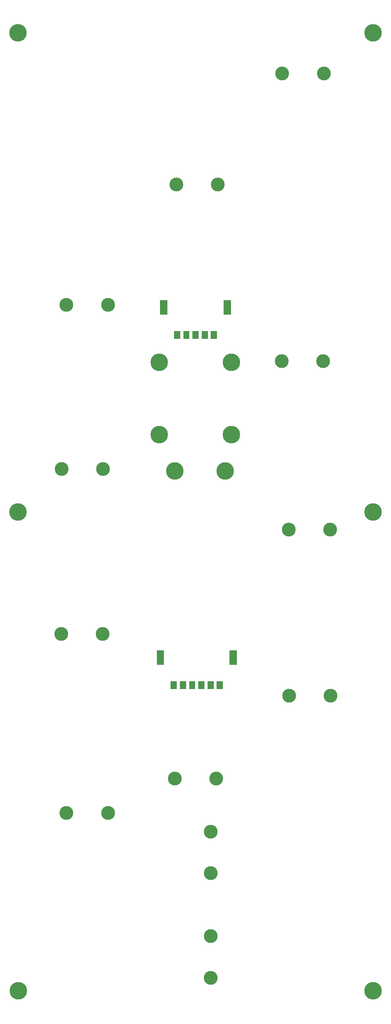
<source format=gbr>
%TF.GenerationSoftware,KiCad,Pcbnew,7.0.2-0*%
%TF.CreationDate,2024-05-08T20:31:55-07:00*%
%TF.ProjectId,new_X_Y_Panels,6e65775f-585f-4595-9f50-616e656c732e,1b*%
%TF.SameCoordinates,Original*%
%TF.FileFunction,Soldermask,Bot*%
%TF.FilePolarity,Negative*%
%FSLAX46Y46*%
G04 Gerber Fmt 4.6, Leading zero omitted, Abs format (unit mm)*
G04 Created by KiCad (PCBNEW 7.0.2-0) date 2024-05-08 20:31:55*
%MOMM*%
%LPD*%
G01*
G04 APERTURE LIST*
%ADD10C,0.010000*%
%ADD11C,2.600000*%
%ADD12C,3.800000*%
%ADD13C,3.000000*%
G04 APERTURE END LIST*
%TO.C,J3*%
D10*
X77181200Y-86316200D02*
X75678800Y-86316200D01*
X75678800Y-83263800D01*
X77181200Y-83263800D01*
X77181200Y-86316200D01*
G36*
X77181200Y-86316200D02*
G01*
X75678800Y-86316200D01*
X75678800Y-83263800D01*
X77181200Y-83263800D01*
X77181200Y-86316200D01*
G37*
X74161200Y-91566200D02*
X72908800Y-91566200D01*
X72908800Y-89963800D01*
X74161200Y-89963800D01*
X74161200Y-91566200D01*
G36*
X74161200Y-91566200D02*
G01*
X72908800Y-91566200D01*
X72908800Y-89963800D01*
X74161200Y-89963800D01*
X74161200Y-91566200D01*
G37*
X72161200Y-91566200D02*
X70908800Y-91566200D01*
X70908800Y-89963800D01*
X72161200Y-89963800D01*
X72161200Y-91566200D01*
G36*
X72161200Y-91566200D02*
G01*
X70908800Y-91566200D01*
X70908800Y-89963800D01*
X72161200Y-89963800D01*
X72161200Y-91566200D01*
G37*
X70161200Y-91566200D02*
X68908800Y-91566200D01*
X68908800Y-89963800D01*
X70161200Y-89963800D01*
X70161200Y-91566200D01*
G36*
X70161200Y-91566200D02*
G01*
X68908800Y-91566200D01*
X68908800Y-89963800D01*
X70161200Y-89963800D01*
X70161200Y-91566200D01*
G37*
X68161200Y-91566200D02*
X66908800Y-91566200D01*
X66908800Y-89963800D01*
X68161200Y-89963800D01*
X68161200Y-91566200D01*
G36*
X68161200Y-91566200D02*
G01*
X66908800Y-91566200D01*
X66908800Y-89963800D01*
X68161200Y-89963800D01*
X68161200Y-91566200D01*
G37*
X66161200Y-91566200D02*
X64908800Y-91566200D01*
X64908800Y-89963800D01*
X66161200Y-89963800D01*
X66161200Y-91566200D01*
G36*
X66161200Y-91566200D02*
G01*
X64908800Y-91566200D01*
X64908800Y-89963800D01*
X66161200Y-89963800D01*
X66161200Y-91566200D01*
G37*
X63391200Y-86316200D02*
X61888800Y-86316200D01*
X61888800Y-83263800D01*
X63391200Y-83263800D01*
X63391200Y-86316200D01*
G36*
X63391200Y-86316200D02*
G01*
X61888800Y-86316200D01*
X61888800Y-83263800D01*
X63391200Y-83263800D01*
X63391200Y-86316200D01*
G37*
%TO.C,J1*%
X78451200Y-162236200D02*
X76948800Y-162236200D01*
X76948800Y-159183800D01*
X78451200Y-159183800D01*
X78451200Y-162236200D01*
G36*
X78451200Y-162236200D02*
G01*
X76948800Y-162236200D01*
X76948800Y-159183800D01*
X78451200Y-159183800D01*
X78451200Y-162236200D01*
G37*
X75431200Y-167486200D02*
X74178800Y-167486200D01*
X74178800Y-165883800D01*
X75431200Y-165883800D01*
X75431200Y-167486200D01*
G36*
X75431200Y-167486200D02*
G01*
X74178800Y-167486200D01*
X74178800Y-165883800D01*
X75431200Y-165883800D01*
X75431200Y-167486200D01*
G37*
X73431200Y-167486200D02*
X72178800Y-167486200D01*
X72178800Y-165883800D01*
X73431200Y-165883800D01*
X73431200Y-167486200D01*
G36*
X73431200Y-167486200D02*
G01*
X72178800Y-167486200D01*
X72178800Y-165883800D01*
X73431200Y-165883800D01*
X73431200Y-167486200D01*
G37*
X71431200Y-167486200D02*
X70178800Y-167486200D01*
X70178800Y-165883800D01*
X71431200Y-165883800D01*
X71431200Y-167486200D01*
G36*
X71431200Y-167486200D02*
G01*
X70178800Y-167486200D01*
X70178800Y-165883800D01*
X71431200Y-165883800D01*
X71431200Y-167486200D01*
G37*
X69431200Y-167486200D02*
X68178800Y-167486200D01*
X68178800Y-165883800D01*
X69431200Y-165883800D01*
X69431200Y-167486200D01*
G36*
X69431200Y-167486200D02*
G01*
X68178800Y-167486200D01*
X68178800Y-165883800D01*
X69431200Y-165883800D01*
X69431200Y-167486200D01*
G37*
X67431200Y-167486200D02*
X66178800Y-167486200D01*
X66178800Y-165883800D01*
X67431200Y-165883800D01*
X67431200Y-167486200D01*
G36*
X67431200Y-167486200D02*
G01*
X66178800Y-167486200D01*
X66178800Y-165883800D01*
X67431200Y-165883800D01*
X67431200Y-167486200D01*
G37*
X65431200Y-167486200D02*
X64178800Y-167486200D01*
X64178800Y-165883800D01*
X65431200Y-165883800D01*
X65431200Y-167486200D01*
G36*
X65431200Y-167486200D02*
G01*
X64178800Y-167486200D01*
X64178800Y-165883800D01*
X65431200Y-165883800D01*
X65431200Y-167486200D01*
G37*
X62661200Y-162236200D02*
X61158800Y-162236200D01*
X61158800Y-159183800D01*
X62661200Y-159183800D01*
X62661200Y-162236200D01*
G36*
X62661200Y-162236200D02*
G01*
X61158800Y-162236200D01*
X61158800Y-159183800D01*
X62661200Y-159183800D01*
X62661200Y-162236200D01*
G37*
%TD*%
D11*
%TO.C,H12*%
X108075000Y-129165000D03*
D12*
X108075000Y-129165000D03*
%TD*%
D13*
%TO.C,SC8*%
X97285000Y-96475000D03*
X88285000Y-96475000D03*
%TD*%
%TO.C,SC2*%
X50585000Y-84275000D03*
X41585000Y-84275000D03*
%TD*%
D11*
%TO.C,H8*%
X31095000Y-232915000D03*
D12*
X31095000Y-232915000D03*
%TD*%
D13*
%TO.C,SC1*%
X65395000Y-58275000D03*
X74395000Y-58275000D03*
%TD*%
%TO.C,SC12*%
X72915000Y-207435000D03*
X72915000Y-198435000D03*
%TD*%
%TO.C,SC11*%
X74075000Y-186925000D03*
X65075000Y-186925000D03*
%TD*%
%TO.C,SC9*%
X98805000Y-132995000D03*
X89805000Y-132995000D03*
%TD*%
D11*
%TO.C,H9*%
X31075000Y-129155000D03*
D12*
X31075000Y-129155000D03*
%TD*%
D11*
%TO.C,H3*%
X61666115Y-112421156D03*
D12*
X61666115Y-112421156D03*
%TD*%
D13*
%TO.C,SC7*%
X88395000Y-34205000D03*
X97395000Y-34205000D03*
%TD*%
D11*
%TO.C,H10*%
X31085000Y-25415000D03*
D12*
X31085000Y-25415000D03*
%TD*%
D11*
%TO.C,H2*%
X76045000Y-120315000D03*
D12*
X76045000Y-120315000D03*
%TD*%
D13*
%TO.C,SC6*%
X72915000Y-230075000D03*
X72915000Y-221075000D03*
%TD*%
D11*
%TO.C,H5*%
X61666115Y-96723386D03*
D12*
X61666115Y-96723386D03*
%TD*%
D13*
%TO.C,SC5*%
X50565000Y-194405000D03*
X41565000Y-194405000D03*
%TD*%
D11*
%TO.C,H7*%
X108075000Y-232905000D03*
D12*
X108075000Y-232905000D03*
%TD*%
D11*
%TO.C,H4*%
X77363885Y-112421156D03*
D12*
X77363885Y-112421156D03*
%TD*%
D11*
%TO.C,H11*%
X108095000Y-25405000D03*
D12*
X108095000Y-25405000D03*
%TD*%
D13*
%TO.C,SC4*%
X49435000Y-155595000D03*
X40435000Y-155595000D03*
%TD*%
%TO.C,SC3*%
X49515000Y-119875000D03*
X40515000Y-119875000D03*
%TD*%
%TO.C,SC10*%
X98855000Y-169015000D03*
X89855000Y-169015000D03*
%TD*%
D11*
%TO.C,H6*%
X77363885Y-96723386D03*
D12*
X77363885Y-96723386D03*
%TD*%
D11*
%TO.C,H1*%
X65100000Y-120315000D03*
D12*
X65100000Y-120315000D03*
%TD*%
M02*

</source>
